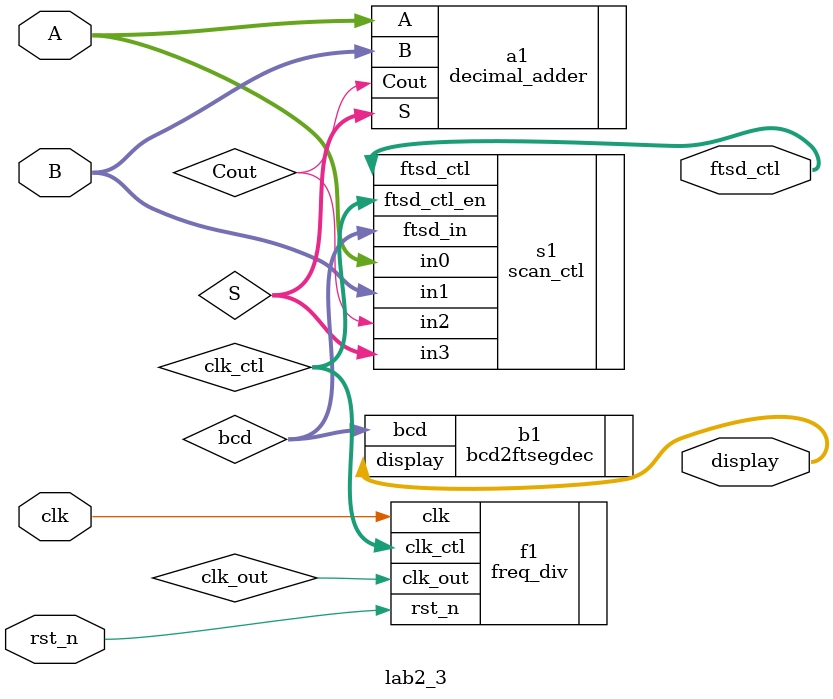
<source format=v>
`timescale 1ns / 1ps
module lab2_3(
	input clk,
	input rst_n,
	input [3:0]A,
	input [3:0]B,
	//input Cin,
	//output [3:0]S,
	//output Cout,	 
	output [3:0] ftsd_ctl,
	output [14:0] display
	
    );
	 
	wire [3:0] bcd;
	wire [1:0] clk_ctl;
	//wire [3:0] ina,inb,inc,ind;
	wire clk_out;
	wire [3:0]S;
	wire Cout;
	
freq_div f1(
	.clk_ctl(clk_ctl), // divided clock output
	.clk(clk), // global clock input
	.rst_n(rst_n), // active low reset
	.clk_out(clk_out)
	);

bcd2ftsegdec b1( 
	.display(display), // 14-segment display output
	.bcd(bcd) // BCD input
	);

scan_ctl s1(
	.ftsd_ctl(ftsd_ctl), // ftsd display control signal 
	.ftsd_in(bcd), // output to ftsd display
	.in0(A), // 1st input
	.in1(B), // 2nd input
	.in2(Cout), // 3rd input
	.in3(S), // 4th input
	.ftsd_ctl_en(clk_ctl) // divided clock for scan control
	);
	
decimal_adder a1(
	.A(A),
	.B(B),
	//.Cin(Cin),
	.S(S),
	.Cout(Cout)	 
);
endmodule

</source>
